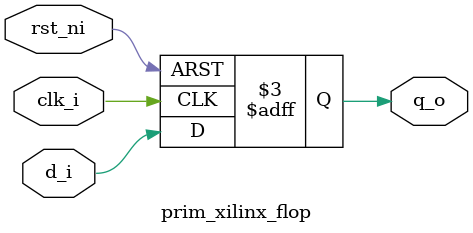
<source format=sv>

`include "../hdl/ibex_core/rtl/prim/prim_assert.sv"

(* DONT_TOUCH = "yes" *)
module prim_xilinx_flop #(
  parameter int               Width      = 1,
  parameter logic [Width-1:0] ResetValue = 0
) (
  input clk_i,
  input rst_ni,
  input [Width-1:0] d_i,
  output logic [Width-1:0] q_o
);

  always_ff @(posedge clk_i or negedge rst_ni) begin
    if (!rst_ni) begin
      q_o <= ResetValue;
    end else begin
      q_o <= d_i;
    end
  end

endmodule

</source>
